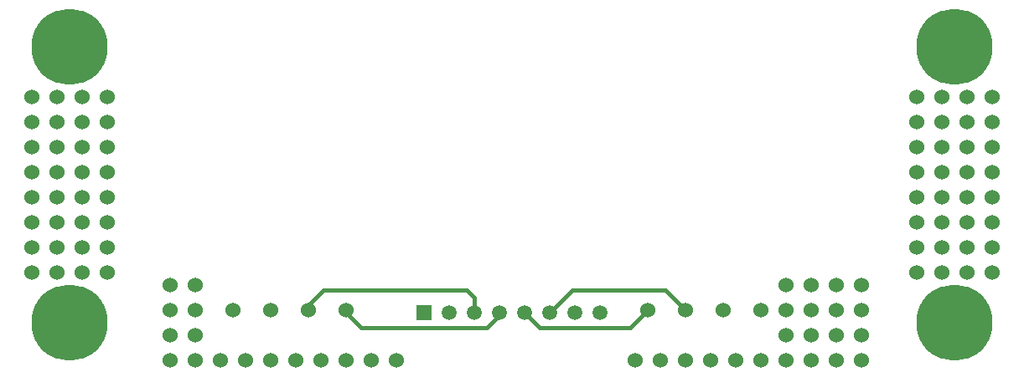
<source format=gbl>
G04 Layer_Physical_Order=2*
G04 Layer_Color=16711680*
%FSLAX23Y23*%
%MOIN*%
G70*
G01*
G75*
%ADD11C,0.015*%
%ADD12C,0.060*%
%ADD13C,0.303*%
%ADD14C,0.059*%
%ADD15R,0.059X0.059*%
D11*
X2430Y180D02*
X2500Y250D01*
X2070Y180D02*
X2430D01*
X2010Y240D02*
X2070Y180D01*
X2200Y330D02*
X2570D01*
X2110Y240D02*
X2200Y330D01*
X2570D02*
X2650Y250D01*
X1360Y180D02*
X1860D01*
X1300Y240D02*
X1360Y180D01*
X1300Y240D02*
Y250D01*
X1860Y180D02*
X1910Y230D01*
Y240D01*
X1810D02*
Y300D01*
X1780Y330D02*
X1810Y300D01*
X1210Y330D02*
X1780D01*
X1150Y270D02*
X1210Y330D01*
X1150Y250D02*
Y270D01*
D12*
X3050Y150D02*
D03*
Y250D02*
D03*
Y350D02*
D03*
X3250Y250D02*
D03*
Y150D02*
D03*
Y50D02*
D03*
X3350D02*
D03*
Y150D02*
D03*
Y250D02*
D03*
Y350D02*
D03*
X3250D02*
D03*
X3150D02*
D03*
Y250D02*
D03*
Y150D02*
D03*
Y50D02*
D03*
X3050D02*
D03*
X2950D02*
D03*
X2850D02*
D03*
X2750D02*
D03*
X2650D02*
D03*
X2550D02*
D03*
X2450D02*
D03*
X700Y150D02*
D03*
Y250D02*
D03*
Y350D02*
D03*
X600D02*
D03*
Y250D02*
D03*
Y150D02*
D03*
Y50D02*
D03*
X700D02*
D03*
X800D02*
D03*
X900D02*
D03*
X1000D02*
D03*
X1100D02*
D03*
X1200D02*
D03*
X1300D02*
D03*
X1400D02*
D03*
X1500D02*
D03*
X3570Y1000D02*
D03*
X3670D02*
D03*
X3770D02*
D03*
Y1100D02*
D03*
X3670D02*
D03*
X3570D02*
D03*
X3870D02*
D03*
Y1000D02*
D03*
Y800D02*
D03*
Y900D02*
D03*
X3570D02*
D03*
X3670D02*
D03*
X3770D02*
D03*
Y800D02*
D03*
X3670D02*
D03*
X3570D02*
D03*
X3870Y600D02*
D03*
Y700D02*
D03*
X3570D02*
D03*
X3670D02*
D03*
X3770D02*
D03*
Y600D02*
D03*
X3670D02*
D03*
X3570D02*
D03*
X3870Y400D02*
D03*
Y500D02*
D03*
X3570D02*
D03*
X3670D02*
D03*
X3770D02*
D03*
Y400D02*
D03*
X3670D02*
D03*
X3570D02*
D03*
X50D02*
D03*
X150D02*
D03*
X250D02*
D03*
Y500D02*
D03*
X150D02*
D03*
X50D02*
D03*
X350D02*
D03*
Y400D02*
D03*
X50Y600D02*
D03*
X150D02*
D03*
X250D02*
D03*
Y700D02*
D03*
X150D02*
D03*
X50D02*
D03*
X350D02*
D03*
Y600D02*
D03*
X50Y800D02*
D03*
X150D02*
D03*
X250D02*
D03*
Y900D02*
D03*
X150D02*
D03*
X50D02*
D03*
X350D02*
D03*
Y800D02*
D03*
Y1000D02*
D03*
Y1100D02*
D03*
X50D02*
D03*
X150D02*
D03*
X250D02*
D03*
Y1000D02*
D03*
X150D02*
D03*
X50D02*
D03*
X850Y250D02*
D03*
X1000D02*
D03*
X1150D02*
D03*
X1300D02*
D03*
X2500D02*
D03*
X2650D02*
D03*
X2800D02*
D03*
X2950D02*
D03*
D13*
X200Y200D02*
D03*
Y1300D02*
D03*
X3720D02*
D03*
Y200D02*
D03*
D14*
X2310Y240D02*
D03*
X2210D02*
D03*
X2110D02*
D03*
X2010D02*
D03*
X1910D02*
D03*
X1810D02*
D03*
X1710D02*
D03*
D15*
X1610D02*
D03*
M02*

</source>
